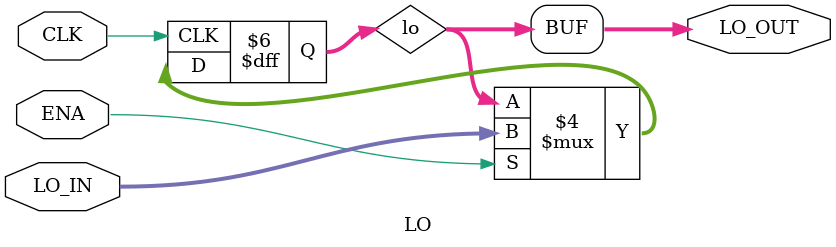
<source format=v>
`timescale 1ns / 1ps
module LO
(
	CLK,
    ENA,
    LO_IN,
    LO_OUT
);
    input CLK;
	input ENA;
	input [31:0]LO_IN;
	output [31:0]LO_OUT;

	reg [31:0]lo = 32'b0;
	always @(negedge CLK) begin
		if(ENA) begin
			lo <= LO_IN;
		end else begin
			lo <= lo;
		end
	end

	assign LO_OUT = lo;
endmodule
</source>
